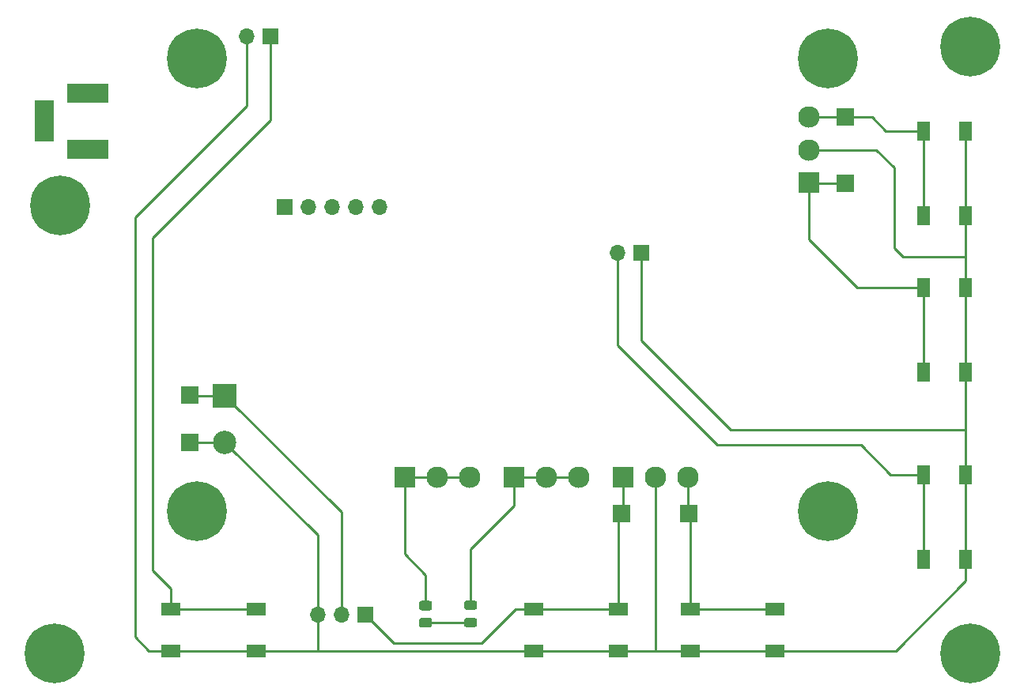
<source format=gtl>
G04 #@! TF.GenerationSoftware,KiCad,Pcbnew,6.0.2+dfsg-1*
G04 #@! TF.CreationDate,2023-08-12T13:44:09-06:00*
G04 #@! TF.ProjectId,ckt-soundplay-test,636b742d-736f-4756-9e64-706c61792d74,rev?*
G04 #@! TF.SameCoordinates,Original*
G04 #@! TF.FileFunction,Copper,L1,Top*
G04 #@! TF.FilePolarity,Positive*
%FSLAX46Y46*%
G04 Gerber Fmt 4.6, Leading zero omitted, Abs format (unit mm)*
G04 Created by KiCad (PCBNEW 6.0.2+dfsg-1) date 2023-08-12 13:44:09*
%MOMM*%
%LPD*%
G01*
G04 APERTURE LIST*
G04 #@! TA.AperFunction,ComponentPad*
%ADD10R,2.500000X2.500000*%
G04 #@! TD*
G04 #@! TA.AperFunction,ComponentPad*
%ADD11C,2.500000*%
G04 #@! TD*
G04 #@! TA.AperFunction,SMDPad,CuDef*
%ADD12R,1.400000X2.100000*%
G04 #@! TD*
G04 #@! TA.AperFunction,SMDPad,CuDef*
%ADD13R,2.100000X1.400000*%
G04 #@! TD*
G04 #@! TA.AperFunction,ComponentPad*
%ADD14R,2.300000X2.300000*%
G04 #@! TD*
G04 #@! TA.AperFunction,ComponentPad*
%ADD15C,2.300000*%
G04 #@! TD*
G04 #@! TA.AperFunction,ComponentPad*
%ADD16C,6.400000*%
G04 #@! TD*
G04 #@! TA.AperFunction,ComponentPad*
%ADD17R,1.700000X1.700000*%
G04 #@! TD*
G04 #@! TA.AperFunction,ComponentPad*
%ADD18O,1.700000X1.700000*%
G04 #@! TD*
G04 #@! TA.AperFunction,ComponentPad*
%ADD19R,1.905000X1.905000*%
G04 #@! TD*
G04 #@! TA.AperFunction,ComponentPad*
%ADD20R,4.500000X2.000000*%
G04 #@! TD*
G04 #@! TA.AperFunction,ComponentPad*
%ADD21R,2.000000X4.500000*%
G04 #@! TD*
G04 #@! TA.AperFunction,Conductor*
%ADD22C,0.254000*%
G04 #@! TD*
G04 APERTURE END LIST*
D10*
X108920000Y-84876000D03*
D11*
X108920000Y-89876000D03*
D12*
X183769000Y-102467000D03*
X183769000Y-93367000D03*
X188269000Y-102467000D03*
X188269000Y-93367000D03*
D13*
X142008000Y-107732000D03*
X151108000Y-107732000D03*
X142008000Y-112232000D03*
X151108000Y-112232000D03*
D14*
X128199000Y-93657000D03*
D15*
X131699000Y-93657000D03*
X135199000Y-93657000D03*
D13*
X158772000Y-107732000D03*
X167872000Y-107732000D03*
X158772000Y-112232000D03*
X167872000Y-112232000D03*
G04 #@! TA.AperFunction,SMDPad,CuDef*
G36*
G01*
X134799500Y-106859000D02*
X135712000Y-106859000D01*
G75*
G02*
X135955750Y-107102750I0J-243750D01*
G01*
X135955750Y-107590250D01*
G75*
G02*
X135712000Y-107834000I-243750J0D01*
G01*
X134799500Y-107834000D01*
G75*
G02*
X134555750Y-107590250I0J243750D01*
G01*
X134555750Y-107102750D01*
G75*
G02*
X134799500Y-106859000I243750J0D01*
G01*
G37*
G04 #@! TD.AperFunction*
G04 #@! TA.AperFunction,SMDPad,CuDef*
G36*
G01*
X134799500Y-108734000D02*
X135712000Y-108734000D01*
G75*
G02*
X135955750Y-108977750I0J-243750D01*
G01*
X135955750Y-109465250D01*
G75*
G02*
X135712000Y-109709000I-243750J0D01*
G01*
X134799500Y-109709000D01*
G75*
G02*
X134555750Y-109465250I0J243750D01*
G01*
X134555750Y-108977750D01*
G75*
G02*
X134799500Y-108734000I243750J0D01*
G01*
G37*
G04 #@! TD.AperFunction*
D16*
X173482000Y-97282000D03*
X90678000Y-112522000D03*
X173482000Y-48768000D03*
D17*
X123952000Y-108331000D03*
D18*
X121412000Y-108331000D03*
X118872000Y-108331000D03*
D19*
X175386993Y-54990997D03*
D14*
X139883000Y-93657000D03*
D15*
X143383000Y-93657000D03*
X146883000Y-93657000D03*
D14*
X171508000Y-62047000D03*
D15*
X171508000Y-58547000D03*
X171508000Y-55047000D03*
D16*
X188722000Y-112522000D03*
D12*
X183769000Y-82401000D03*
X183769000Y-73301000D03*
X188269000Y-82401000D03*
X188269000Y-73301000D03*
D17*
X113797000Y-46355000D03*
D18*
X111257000Y-46355000D03*
D17*
X153548000Y-69596000D03*
D18*
X151008000Y-69596000D03*
D16*
X91313000Y-64516000D03*
D19*
X105156000Y-84836000D03*
G04 #@! TA.AperFunction,SMDPad,CuDef*
G36*
G01*
X130879750Y-109732500D02*
X129979750Y-109732500D01*
G75*
G02*
X129729750Y-109482500I0J250000D01*
G01*
X129729750Y-108957500D01*
G75*
G02*
X129979750Y-108707500I250000J0D01*
G01*
X130879750Y-108707500D01*
G75*
G02*
X131129750Y-108957500I0J-250000D01*
G01*
X131129750Y-109482500D01*
G75*
G02*
X130879750Y-109732500I-250000J0D01*
G01*
G37*
G04 #@! TD.AperFunction*
G04 #@! TA.AperFunction,SMDPad,CuDef*
G36*
G01*
X130879750Y-107907500D02*
X129979750Y-107907500D01*
G75*
G02*
X129729750Y-107657500I0J250000D01*
G01*
X129729750Y-107132500D01*
G75*
G02*
X129979750Y-106882500I250000J0D01*
G01*
X130879750Y-106882500D01*
G75*
G02*
X131129750Y-107132500I0J-250000D01*
G01*
X131129750Y-107657500D01*
G75*
G02*
X130879750Y-107907500I-250000J0D01*
G01*
G37*
G04 #@! TD.AperFunction*
X151384000Y-97536000D03*
X158623000Y-97536000D03*
D16*
X105918000Y-97282000D03*
X105918000Y-48768000D03*
D20*
X94276000Y-58470000D03*
X94276000Y-52470000D03*
D21*
X89576000Y-55470000D03*
D12*
X183769000Y-65637000D03*
X183769000Y-56537000D03*
X188269000Y-65637000D03*
X188269000Y-56537000D03*
D16*
X188722000Y-47498000D03*
D19*
X175387000Y-62103000D03*
D13*
X112268000Y-112232000D03*
X103168000Y-112232000D03*
X112268000Y-107732000D03*
X103168000Y-107732000D03*
D19*
X105156000Y-89916000D03*
D14*
X151567000Y-93657000D03*
D15*
X155067000Y-93657000D03*
X158567000Y-93657000D03*
D17*
X115316000Y-64643000D03*
D18*
X117856000Y-64643000D03*
X120396000Y-64643000D03*
X122936000Y-64643000D03*
X125476000Y-64643000D03*
D22*
X108920000Y-84876000D02*
X105196000Y-84876000D01*
X105196000Y-84876000D02*
X105156000Y-84836000D01*
X121412000Y-97368000D02*
X108920000Y-84876000D01*
X121412000Y-108331000D02*
X121412000Y-97368000D01*
X154976000Y-112232000D02*
X167872000Y-112232000D01*
X180594000Y-60452000D02*
X180594000Y-69088000D01*
X180757000Y-112232000D02*
X167872000Y-112232000D01*
X178689000Y-58547000D02*
X180594000Y-60452000D01*
X112268000Y-112232000D02*
X103168000Y-112232000D01*
X118872000Y-99828000D02*
X108920000Y-89876000D01*
X118872000Y-108331000D02*
X118872000Y-99828000D01*
X99314000Y-110744000D02*
X100802000Y-112232000D01*
X153548000Y-78999000D02*
X163068000Y-88519000D01*
X118908000Y-112232000D02*
X112268000Y-112232000D01*
X180594000Y-69088000D02*
X181538000Y-70032000D01*
X188269000Y-69378000D02*
X188269000Y-56537000D01*
X188269000Y-102467000D02*
X188269000Y-93367000D01*
X188269000Y-82401000D02*
X188269000Y-70032000D01*
X188269000Y-70032000D02*
X188269000Y-69378000D01*
X99314000Y-65786000D02*
X99314000Y-110744000D01*
X153548000Y-69596000D02*
X153548000Y-78999000D01*
X111257000Y-46355000D02*
X111257000Y-53843000D01*
X188269000Y-102467000D02*
X188269000Y-104720000D01*
X163068000Y-88519000D02*
X188214000Y-88519000D01*
X171508000Y-58547000D02*
X178689000Y-58547000D01*
X181538000Y-70032000D02*
X188269000Y-70032000D01*
X108920000Y-89876000D02*
X105196000Y-89876000D01*
X105196000Y-89876000D02*
X105156000Y-89916000D01*
X111257000Y-53843000D02*
X99314000Y-65786000D01*
X100802000Y-112232000D02*
X103168000Y-112232000D01*
X142008000Y-112232000D02*
X118908000Y-112232000D01*
X142008000Y-112232000D02*
X154976000Y-112232000D01*
X188269000Y-82401000D02*
X188269000Y-93367000D01*
X188269000Y-104720000D02*
X180757000Y-112232000D01*
X118872000Y-112196000D02*
X118908000Y-112232000D01*
X155067000Y-93657000D02*
X155067000Y-112141000D01*
X118872000Y-108331000D02*
X118872000Y-112196000D01*
X139883000Y-93657000D02*
X139883000Y-96718000D01*
X139883000Y-93657000D02*
X146883000Y-93657000D01*
X135255750Y-101345250D02*
X135255750Y-107346500D01*
X139883000Y-96718000D02*
X135255750Y-101345250D01*
X135254250Y-109220000D02*
X135255750Y-109221500D01*
X130429750Y-109220000D02*
X135254250Y-109220000D01*
X128199000Y-93657000D02*
X135199000Y-93657000D01*
X130429750Y-104116500D02*
X128199000Y-101885750D01*
X130429750Y-104116500D02*
X130429750Y-107395000D01*
X128199000Y-101885750D02*
X128199000Y-93657000D01*
X101219000Y-103632000D02*
X101219000Y-67945000D01*
X112268000Y-107732000D02*
X107627000Y-107732000D01*
X103168000Y-105581000D02*
X103168000Y-107732000D01*
X113797000Y-55367000D02*
X113797000Y-46355000D01*
X101219000Y-67945000D02*
X113797000Y-55367000D01*
X107627000Y-107732000D02*
X103168000Y-107732000D01*
X101219000Y-103632000D02*
X103168000Y-105581000D01*
X180235000Y-93367000D02*
X183769000Y-93367000D01*
X177038000Y-90170000D02*
X180235000Y-93367000D01*
X151008000Y-79507000D02*
X161671000Y-90170000D01*
X183769000Y-102467000D02*
X183769000Y-93367000D01*
X151008000Y-69596000D02*
X151008000Y-79507000D01*
X161671000Y-90170000D02*
X177038000Y-90170000D01*
X158772000Y-97685000D02*
X158623000Y-97536000D01*
X167872000Y-107732000D02*
X158772000Y-107732000D01*
X158567000Y-97480000D02*
X158623000Y-97536000D01*
X158772000Y-107732000D02*
X158772000Y-97685000D01*
X158567000Y-93657000D02*
X158567000Y-97480000D01*
X176679000Y-73301000D02*
X183769000Y-73301000D01*
X171564000Y-62103000D02*
X171508000Y-62047000D01*
X175387000Y-62103000D02*
X171564000Y-62103000D01*
X171508000Y-68130000D02*
X176679000Y-73301000D01*
X183769000Y-82401000D02*
X183769000Y-73301000D01*
X171508000Y-62047000D02*
X171508000Y-68130000D01*
X183769000Y-61504000D02*
X183769000Y-65637000D01*
X183769000Y-56537000D02*
X179727000Y-56537000D01*
X178237000Y-55047000D02*
X171508000Y-55047000D01*
X179727000Y-56537000D02*
X178237000Y-55047000D01*
X183769000Y-56537000D02*
X183769000Y-61504000D01*
X151108000Y-97812000D02*
X151384000Y-97536000D01*
X151108000Y-107732000D02*
X151108000Y-97812000D01*
X127000000Y-111379000D02*
X123952000Y-108331000D01*
X140045000Y-107732000D02*
X142008000Y-107732000D01*
X142008000Y-107732000D02*
X151108000Y-107732000D01*
X136398000Y-111379000D02*
X127000000Y-111379000D01*
X151567000Y-93657000D02*
X151567000Y-97353000D01*
X136398000Y-111379000D02*
X140045000Y-107732000D01*
X151567000Y-97353000D02*
X151384000Y-97536000D01*
M02*

</source>
